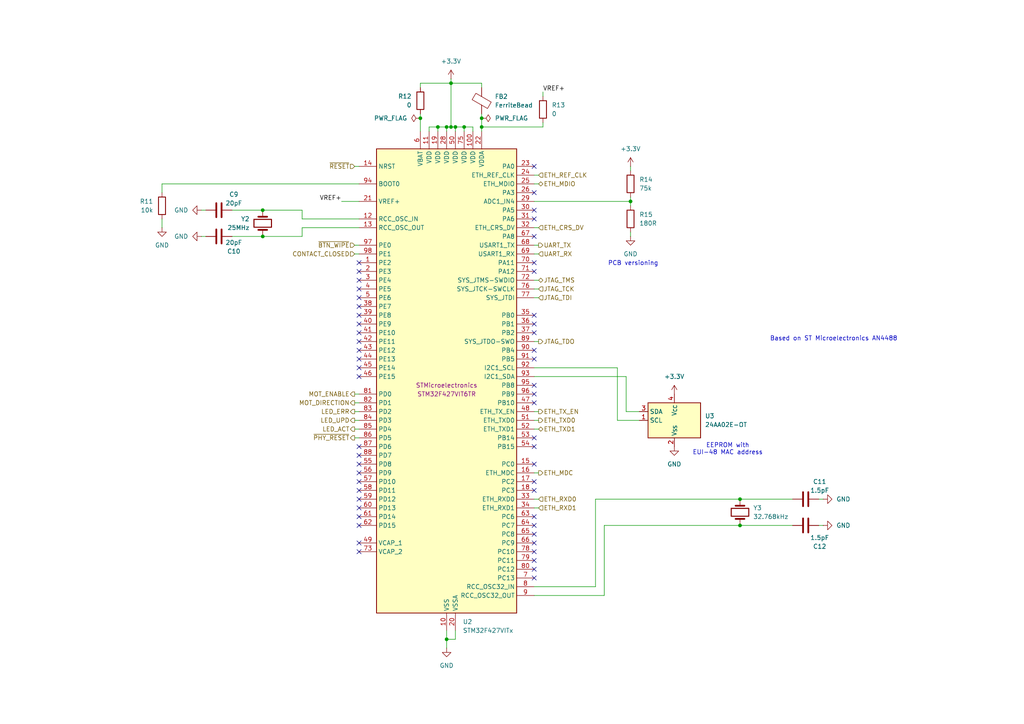
<source format=kicad_sch>
(kicad_sch (version 20250114) (generator "eeschema") (generator_version "9.0")
  (paper "A4")
  (title_block (title "iot-contact"))
  (lib_symbols
    (symbol "Device:C" (pin_numbers (hide yes)) (pin_names (offset 0.254))
      (property "Reference" "C" (at 0.635 2.54 0))
      (property "Value" "C" (at 0.635 -2.54 0))
      (symbol "C_0_1"
        (polyline (pts (xy -2.032 0.762) (xy 2.032 0.762)) (stroke (width 0.508)))
        (polyline (pts (xy -2.032 -0.762) (xy 2.032 -0.762)) (stroke (width 0.508)))
      )
      (symbol "C_1_1"
        (pin passive line (at 0 3.81 270) (length 2.794) (name "~") (number "1"))
        (pin passive line (at 0 -3.81 90) (length 2.794) (name "~") (number "2"))
      )
    )
    (symbol "Device:Crystal" (pin_numbers (hide yes)) (pin_names (offset 1.016) (hide yes))
      (property "Reference" "Y" (at 0 3.81 0))
      (property "Value" "Crystal" (at 0 -3.81 0))
      (symbol "Crystal_0_1"
        (polyline (pts (xy -2.54 0) (xy -1.905 0)))
        (polyline (pts (xy -1.905 -1.27) (xy -1.905 1.27)) (stroke (width 0.508)))
        (rectangle (start -1.143 2.54) (end 1.143 -2.54) (stroke (width 0.3048)))
        (polyline (pts (xy 1.905 -1.27) (xy 1.905 1.27)) (stroke (width 0.508)))
        (polyline (pts (xy 2.54 0) (xy 1.905 0)))
      )
      (symbol "Crystal_1_1"
        (pin passive line (at -3.81 0 0) (length 1.27) (name "1") (number "1"))
        (pin passive line (at 3.81 0 180) (length 1.27) (name "2") (number "2"))
      )
    )
    (symbol "Device:FerriteBead" (pin_numbers (hide yes)) (pin_names (offset 0))
      (property "Reference" "FB" (at -3.81 0.635 90))
      (property "Value" "FerriteBead" (at 3.81 0 90))
      (symbol "FerriteBead_0_1"
        (polyline (pts (xy -2.7686 0.4064) (xy -1.7018 2.2606) (xy 2.7686 -0.3048) (xy 1.6764 -2.159) (xy -2.7686 0.4064)))
        (polyline (pts (xy 0 1.27) (xy 0 1.2954)))
        (polyline (pts (xy 0 -1.27) (xy 0 -1.2192)))
      )
      (symbol "FerriteBead_1_1"
        (pin passive line (at 0 3.81 270) (length 2.54) (name "~") (number "1"))
        (pin passive line (at 0 -3.81 90) (length 2.54) (name "~") (number "2"))
      )
    )
    (symbol "Device:R" (pin_numbers (hide yes)) (pin_names (offset 0))
      (property "Reference" "R" (at 2.032 0 90))
      (property "Value" "R" (at 0 0 90))
      (symbol "R_0_1"
        (rectangle (start -1.016 -2.54) (end 1.016 2.54) (stroke (width 0.254)))
      )
      (symbol "R_1_1"
        (pin passive line (at 0 3.81 270) (length 1.27) (name "~") (number "1"))
        (pin passive line (at 0 -3.81 90) (length 1.27) (name "~") (number "2"))
      )
    )
    (symbol "MCU_ST_STM32F4:STM32F427VITx"
      (property "Reference" "U" (at -20.32 69.85 0))
      (property "Value" "STM32F427VITx" (at 12.7 69.85 0))
      (symbol "STM32F427VITx_0_1"
        (rectangle (start -20.32 -66.04) (end 20.32 68.58) (stroke (width 0.254)) (fill (type background)))
      )
      (symbol "STM32F427VITx_1_1"
        (pin input line (at -25.4 63.5 0) (length 5.08) (name "NRST") (number "14"))
        (pin input line (at -25.4 58.42 0) (length 5.08) (name "BOOT0") (number "94"))
        (pin input line (at -25.4 53.34 0) (length 5.08) (name "VREF+") (number "21"))
        (pin bidirectional line (at -25.4 48.26 0) (length 5.08) (name "PH0") (number "12") (alternate "RCC_OSC_IN" bidirectional line))
        (pin bidirectional line (at -25.4 45.72 0) (length 5.08) (name "PH1") (number "13") (alternate "RCC_OSC_OUT" bidirectional line))
        (pin bidirectional line (at -25.4 40.64 0) (length 5.08) (name "PE0") (number "97"))
        (pin bidirectional line (at -25.4 38.1 0) (length 5.08) (name "PE1") (number "98"))
        (pin bidirectional line (at -25.4 35.56 0) (length 5.08) (name "PE2") (number "1"))
        (pin bidirectional line (at -25.4 33.02 0) (length 5.08) (name "PE3") (number "2"))
        (pin bidirectional line (at -25.4 30.48 0) (length 5.08) (name "PE4") (number "3"))
        (pin bidirectional line (at -25.4 27.94 0) (length 5.08) (name "PE5") (number "4"))
        (pin bidirectional line (at -25.4 25.4 0) (length 5.08) (name "PE6") (number "5"))
        (pin bidirectional line (at -25.4 22.86 0) (length 5.08) (name "PE7") (number "38"))
        (pin bidirectional line (at -25.4 20.32 0) (length 5.08) (name "PE8") (number "39"))
        (pin bidirectional line (at -25.4 17.78 0) (length 5.08) (name "PE9") (number "40"))
        (pin bidirectional line (at -25.4 15.24 0) (length 5.08) (name "PE10") (number "41"))
        (pin bidirectional line (at -25.4 12.7 0) (length 5.08) (name "PE11") (number "42"))
        (pin bidirectional line (at -25.4 10.16 0) (length 5.08) (name "PE12") (number "43"))
        (pin bidirectional line (at -25.4 7.62 0) (length 5.08) (name "PE13") (number "44"))
        (pin bidirectional line (at -25.4 5.08 0) (length 5.08) (name "PE14") (number "45"))
        (pin bidirectional line (at -25.4 2.54 0) (length 5.08) (name "PE15") (number "46"))
        (pin bidirectional line (at -25.4 -2.54 0) (length 5.08) (name "PD0") (number "81"))
        (pin bidirectional line (at -25.4 -5.08 0) (length 5.08) (name "PD1") (number "82"))
        (pin bidirectional line (at -25.4 -7.62 0) (length 5.08) (name "PD2") (number "83"))
        (pin bidirectional line (at -25.4 -10.16 0) (length 5.08) (name "PD3") (number "84"))
        (pin bidirectional line (at -25.4 -12.7 0) (length 5.08) (name "PD4") (number "85"))
        (pin bidirectional line (at -25.4 -15.24 0) (length 5.08) (name "PD5") (number "86"))
        (pin bidirectional line (at -25.4 -17.78 0) (length 5.08) (name "PD6") (number "87"))
        (pin bidirectional line (at -25.4 -20.32 0) (length 5.08) (name "PD7") (number "88"))
        (pin bidirectional line (at -25.4 -22.86 0) (length 5.08) (name "PD8") (number "55"))
        (pin bidirectional line (at -25.4 -25.4 0) (length 5.08) (name "PD9") (number "56"))
        (pin bidirectional line (at -25.4 -27.94 0) (length 5.08) (name "PD10") (number "57"))
        (pin bidirectional line (at -25.4 -30.48 0) (length 5.08) (name "PD11") (number "58"))
        (pin bidirectional line (at -25.4 -33.02 0) (length 5.08) (name "PD12") (number "59"))
        (pin bidirectional line (at -25.4 -35.56 0) (length 5.08) (name "PD13") (number "60"))
        (pin bidirectional line (at -25.4 -38.1 0) (length 5.08) (name "PD14") (number "61"))
        (pin bidirectional line (at -25.4 -40.64 0) (length 5.08) (name "PD15") (number "62"))
        (pin power_out line (at -25.4 -45.72 0) (length 5.08) (name "VCAP_1") (number "49"))
        (pin power_out line (at -25.4 -48.26 0) (length 5.08) (name "VCAP_2") (number "73"))
        (pin power_in line (at -7.62 73.66 270) (length 5.08) (name "VBAT") (number "6"))
        (pin power_in line (at -5.08 73.66 270) (length 5.08) (name "VDD") (number "11"))
        (pin power_in line (at -2.54 73.66 270) (length 5.08) (name "VDD") (number "19"))
        (pin power_in line (at 0 73.66 270) (length 5.08) (name "VDD") (number "28"))
        (pin power_in line (at 0 -71.12 90) (length 5.08) (name "VSS") (number "10"))
        (pin passive line (at 0 -71.12 90) (length 5.08) (hide yes) (name "VSS") (number "27"))
        (pin passive line (at 0 -71.12 90) (length 5.08) (hide yes) (name "VSS") (number "74"))
        (pin passive line (at 0 -71.12 90) (length 5.08) (hide yes) (name "VSS") (number "99"))
        (pin power_in line (at 2.54 73.66 270) (length 5.08) (name "VDD") (number "50"))
        (pin power_in line (at 2.54 -71.12 90) (length 5.08) (name "VSSA") (number "20"))
        (pin power_in line (at 5.08 73.66 270) (length 5.08) (name "VDD") (number "75"))
        (pin power_in line (at 7.62 73.66 270) (length 5.08) (name "VDD") (number "100"))
        (pin power_in line (at 10.16 73.66 270) (length 5.08) (name "VDDA") (number "22"))
        (pin bidirectional line (at 25.4 63.5 180) (length 5.08) (name "PA0") (number "23"))
        (pin bidirectional line (at 25.4 60.96 180) (length 5.08) (name "PA1") (number "24") (alternate "ETH_REF_CLK" bidirectional line))
        (pin bidirectional line (at 25.4 58.42 180) (length 5.08) (name "PA2") (number "25") (alternate "ETH_MDIO" bidirectional line))
        (pin bidirectional line (at 25.4 55.88 180) (length 5.08) (name "PA3") (number "26"))
        (pin bidirectional line (at 25.4 53.34 180) (length 5.08) (name "PA4") (number "29") (alternate "ADC1_IN4" bidirectional line))
        (pin bidirectional line (at 25.4 50.8 180) (length 5.08) (name "PA5") (number "30"))
        (pin bidirectional line (at 25.4 48.26 180) (length 5.08) (name "PA6") (number "31"))
        (pin bidirectional line (at 25.4 45.72 180) (length 5.08) (name "PA7") (number "32") (alternate "ETH_CRS_DV" bidirectional line))
        (pin bidirectional line (at 25.4 43.18 180) (length 5.08) (name "PA8") (number "67"))
        (pin bidirectional line (at 25.4 40.64 180) (length 5.08) (name "PA9") (number "68") (alternate "USART1_TX" bidirectional line))
        (pin bidirectional line (at 25.4 38.1 180) (length 5.08) (name "PA10") (number "69") (alternate "USART1_RX" bidirectional line))
        (pin bidirectional line (at 25.4 35.56 180) (length 5.08) (name "PA11") (number "70"))
        (pin bidirectional line (at 25.4 33.02 180) (length 5.08) (name "PA12") (number "71"))
        (pin bidirectional line (at 25.4 30.48 180) (length 5.08) (name "PA13") (number "72") (alternate "SYS_JTMS-SWDIO" bidirectional line))
        (pin bidirectional line (at 25.4 27.94 180) (length 5.08) (name "PA14") (number "76") (alternate "SYS_JTCK-SWCLK" bidirectional line))
        (pin bidirectional line (at 25.4 25.4 180) (length 5.08) (name "PA15") (number "77") (alternate "SYS_JTDI" bidirectional line))
        (pin bidirectional line (at 25.4 20.32 180) (length 5.08) (name "PB0") (number "35"))
        (pin bidirectional line (at 25.4 17.78 180) (length 5.08) (name "PB1") (number "36"))
        (pin bidirectional line (at 25.4 15.24 180) (length 5.08) (name "PB2") (number "37"))
        (pin bidirectional line (at 25.4 12.7 180) (length 5.08) (name "PB3") (number "89") (alternate "SYS_JTDO-SWO" bidirectional line))
        (pin bidirectional line (at 25.4 10.16 180) (length 5.08) (name "PB4") (number "90"))
        (pin bidirectional line (at 25.4 7.62 180) (length 5.08) (name "PB5") (number "91"))
        (pin bidirectional line (at 25.4 5.08 180) (length 5.08) (name "PB6") (number "92") (alternate "I2C1_SCL" bidirectional line) (alternate "USART1_TX" bidirectional line))
        (pin bidirectional line (at 25.4 2.54 180) (length 5.08) (name "PB7") (number "93") (alternate "I2C1_SDA" bidirectional line) (alternate "USART1_RX" bidirectional line))
        (pin bidirectional line (at 25.4 0 180) (length 5.08) (name "PB8") (number "95") (alternate "I2C1_SCL" bidirectional line))
        (pin bidirectional line (at 25.4 -2.54 180) (length 5.08) (name "PB9") (number "96") (alternate "I2C1_SDA" bidirectional line))
        (pin bidirectional line (at 25.4 -5.08 180) (length 5.08) (name "PB10") (number "47"))
        (pin bidirectional line (at 25.4 -7.62 180) (length 5.08) (name "PB11") (number "48") (alternate "ETH_TX_EN" bidirectional line))
        (pin bidirectional line (at 25.4 -10.16 180) (length 5.08) (name "PB12") (number "51") (alternate "ETH_TXD0" bidirectional line))
        (pin bidirectional line (at 25.4 -12.7 180) (length 5.08) (name "PB13") (number "52") (alternate "ETH_TXD1" bidirectional line))
        (pin bidirectional line (at 25.4 -15.24 180) (length 5.08) (name "PB14") (number "53"))
        (pin bidirectional line (at 25.4 -17.78 180) (length 5.08) (name "PB15") (number "54"))
        (pin bidirectional line (at 25.4 -22.86 180) (length 5.08) (name "PC0") (number "15"))
        (pin bidirectional line (at 25.4 -25.4 180) (length 5.08) (name "PC1") (number "16") (alternate "ETH_MDC" bidirectional line))
        (pin bidirectional line (at 25.4 -27.94 180) (length 5.08) (name "PC2") (number "17"))
        (pin bidirectional line (at 25.4 -30.48 180) (length 5.08) (name "PC3") (number "18"))
        (pin bidirectional line (at 25.4 -33.02 180) (length 5.08) (name "PC4") (number "33") (alternate "ETH_RXD0" bidirectional line))
        (pin bidirectional line (at 25.4 -35.56 180) (length 5.08) (name "PC5") (number "34") (alternate "ETH_RXD1" bidirectional line))
        (pin bidirectional line (at 25.4 -38.1 180) (length 5.08) (name "PC6") (number "63"))
        (pin bidirectional line (at 25.4 -40.64 180) (length 5.08) (name "PC7") (number "64"))
        (pin bidirectional line (at 25.4 -43.18 180) (length 5.08) (name "PC8") (number "65"))
        (pin bidirectional line (at 25.4 -45.72 180) (length 5.08) (name "PC9") (number "66"))
        (pin bidirectional line (at 25.4 -48.26 180) (length 5.08) (name "PC10") (number "78"))
        (pin bidirectional line (at 25.4 -50.8 180) (length 5.08) (name "PC11") (number "79"))
        (pin bidirectional line (at 25.4 -53.34 180) (length 5.08) (name "PC12") (number "80"))
        (pin bidirectional line (at 25.4 -55.88 180) (length 5.08) (name "PC13") (number "7"))
        (pin bidirectional line (at 25.4 -58.42 180) (length 5.08) (name "PC14") (number "8") (alternate "RCC_OSC32_IN" bidirectional line))
        (pin bidirectional line (at 25.4 -60.96 180) (length 5.08) (name "PC15") (number "9") (alternate "RCC_OSC32_OUT" bidirectional line))
      )
    )
    (symbol "Memory_EEPROM:24AA02E-OT"
      (property "Reference" "U" (at -7.62 6.35 0))
      (property "Value" "24AA02E-OT" (at 2.54 -6.35 0))
      (symbol "24AA02E-OT_1_1"
        (rectangle (start -7.62 5.08) (end 7.62 -5.08) (stroke (width 0.254)) (fill (type background)))
        (pin no_connect line (at -10.16 0 0) (length 2.54) (hide yes) (name "NC") (number "5"))
        (pin power_in line (at 0 7.62 270) (length 2.54) (name "V_{CC}") (number "4"))
        (pin power_in line (at 0 -7.62 90) (length 2.54) (name "V_{SS}") (number "2"))
        (pin bidirectional line (at 10.16 2.54 180) (length 2.54) (name "SDA") (number "3"))
        (pin input line (at 10.16 0 180) (length 2.54) (name "SCL") (number "1"))
      )
    )
    (symbol "power:+3.3V" (power) (pin_numbers (hide yes)) (pin_names (offset 0) (hide yes))
      (property "Value" "+3.3V" (at 0 3.556 0))
      (symbol "+3.3V_0_1"
        (polyline (pts (xy -0.762 1.27) (xy 0 2.54)))
        (polyline (pts (xy 0 2.54) (xy 0.762 1.27)))
        (polyline (pts (xy 0 0) (xy 0 2.54)))
      )
      (symbol "+3.3V_1_1"
        (pin power_in line (at 0 0 90) (length 0) (name "~") (number "1"))
      )
    )
    (symbol "power:GND" (power) (pin_numbers (hide yes)) (pin_names (offset 0) (hide yes))
      (property "Value" "GND" (at 0 -3.81 0))
      (symbol "GND_0_1"
        (polyline (pts (xy 0 0) (xy 0 -1.27) (xy 1.27 -1.27) (xy 0 -2.54) (xy -1.27 -1.27) (xy 0 -1.27)))
      )
      (symbol "GND_1_1"
        (pin power_in line (at 0 0 270) (length 0) (name "~") (number "1"))
      )
    )
    (symbol "power:PWR_FLAG" (power) (pin_numbers (hide yes)) (pin_names (offset 0) (hide yes))
      (property "Value" "PWR_FLAG" (at 0 3.81 0))
      (symbol "PWR_FLAG_0_0"
        (pin power_out line (at 0 0 90) (length 0) (name "~") (number "1"))
      )
      (symbol "PWR_FLAG_0_1"
        (polyline (pts (xy 0 0) (xy 0 1.27) (xy -1.016 1.905) (xy 0 2.54) (xy 1.016 1.905) (xy 0 1.27)))
      )
    )
  )
  (text "PCB versioning" (at 183.642 76.454 0) (effects (font (size 1.27 1.27))))
  (text "EEPROM with\nEUI-48 MAC address" (at 211.074 130.302 0) (effects (font (size 1.27 1.27))))
  (text "Based on ST Microelectronics AN4488" (at 241.808 98.298 0) (effects (font (size 1.27 1.27))))
  (junction (at 130.81 24.13))
  (junction (at 129.54 185.42))
  (junction (at 132.08 36.83))
  (junction (at 139.7 34.29))
  (junction (at 76.2 68.58))
  (junction (at 214.63 144.78))
  (junction (at 139.7 36.83))
  (junction (at 214.63 152.4))
  (junction (at 129.54 36.83))
  (junction (at 130.81 36.83))
  (junction (at 121.92 34.29))
  (junction (at 182.88 58.42))
  (junction (at 127 36.83))
  (junction (at 134.62 36.83))
  (junction (at 76.2 60.96))
  (no_connect (at 154.94 149.86))
  (no_connect (at 104.14 88.9))
  (no_connect (at 104.14 152.4))
  (no_connect (at 154.94 114.3))
  (no_connect (at 154.94 142.24))
  (no_connect (at 104.14 160.02))
  (no_connect (at 154.94 167.64))
  (no_connect (at 104.14 149.86))
  (no_connect (at 104.14 132.08))
  (no_connect (at 104.14 142.24))
  (no_connect (at 154.94 139.7))
  (no_connect (at 154.94 127))
  (no_connect (at 104.14 101.6))
  (no_connect (at 154.94 76.2))
  (no_connect (at 154.94 96.52))
  (no_connect (at 104.14 91.44))
  (no_connect (at 154.94 129.54))
  (no_connect (at 104.14 144.78))
  (no_connect (at 154.94 55.88))
  (no_connect (at 104.14 137.16))
  (no_connect (at 104.14 81.28))
  (no_connect (at 104.14 139.7))
  (no_connect (at 104.14 109.22))
  (no_connect (at 154.94 78.74))
  (no_connect (at 154.94 91.44))
  (no_connect (at 104.14 134.62))
  (no_connect (at 154.94 134.62))
  (no_connect (at 104.14 76.2))
  (no_connect (at 104.14 157.48))
  (no_connect (at 154.94 162.56))
  (no_connect (at 104.14 93.98))
  (no_connect (at 154.94 157.48))
  (no_connect (at 154.94 93.98))
  (no_connect (at 154.94 60.96))
  (no_connect (at 154.94 104.14))
  (no_connect (at 154.94 101.6))
  (no_connect (at 104.14 147.32))
  (no_connect (at 154.94 63.5))
  (no_connect (at 104.14 86.36))
  (no_connect (at 104.14 83.82))
  (no_connect (at 104.14 104.14))
  (no_connect (at 154.94 160.02))
  (no_connect (at 154.94 68.58))
  (no_connect (at 154.94 154.94))
  (no_connect (at 154.94 48.26))
  (no_connect (at 154.94 111.76))
  (no_connect (at 154.94 165.1))
  (no_connect (at 104.14 129.54))
  (no_connect (at 104.14 78.74))
  (no_connect (at 104.14 106.68))
  (no_connect (at 104.14 96.52))
  (no_connect (at 154.94 152.4))
  (no_connect (at 154.94 116.84))
  (no_connect (at 104.14 99.06))
  (wire (pts (xy 134.62 38.1) (xy 134.62 36.83)))
  (wire (pts (xy 154.94 50.8) (xy 156.21 50.8)))
  (wire (pts (xy 46.99 63.5) (xy 46.99 66.04)))
  (wire (pts (xy 154.94 119.38) (xy 156.21 119.38)))
  (wire (pts (xy 127 36.83) (xy 127 38.1)))
  (wire (pts (xy 102.87 127) (xy 104.14 127)))
  (wire (pts (xy 137.16 36.83) (xy 134.62 36.83)))
  (wire (pts (xy 132.08 182.88) (xy 132.08 185.42)))
  (wire (pts (xy 139.7 34.29) (xy 139.7 36.83)))
  (wire (pts (xy 175.26 152.4) (xy 175.26 172.72)))
  (wire (pts (xy 175.26 172.72) (xy 154.94 172.72)))
  (wire (pts (xy 157.48 36.83) (xy 139.7 36.83)))
  (wire (pts (xy 172.72 170.18) (xy 172.72 144.78)))
  (wire (pts (xy 58.42 68.58) (xy 59.69 68.58)))
  (wire (pts (xy 137.16 38.1) (xy 137.16 36.83)))
  (wire (pts (xy 181.61 109.22) (xy 181.61 119.38)))
  (wire (pts (xy 121.92 34.29) (xy 121.92 38.1)))
  (wire (pts (xy 182.88 57.15) (xy 182.88 58.42)))
  (wire (pts (xy 154.94 99.06) (xy 156.21 99.06)))
  (wire (pts (xy 182.88 67.31) (xy 182.88 68.58)))
  (wire (pts (xy 154.94 58.42) (xy 182.88 58.42)))
  (wire (pts (xy 87.63 68.58) (xy 76.2 68.58)))
  (wire (pts (xy 237.49 152.4) (xy 238.76 152.4)))
  (wire (pts (xy 99.06 58.42) (xy 104.14 58.42)))
  (wire (pts (xy 154.94 73.66) (xy 156.21 73.66)))
  (wire (pts (xy 87.63 66.04) (xy 87.63 68.58)))
  (wire (pts (xy 139.7 36.83) (xy 139.7 38.1)))
  (wire (pts (xy 154.94 137.16) (xy 156.21 137.16)))
  (wire (pts (xy 214.63 144.78) (xy 229.87 144.78)))
  (wire (pts (xy 130.81 24.13) (xy 130.81 22.86)))
  (wire (pts (xy 129.54 38.1) (xy 129.54 36.83)))
  (wire (pts (xy 102.87 48.26) (xy 104.14 48.26)))
  (wire (pts (xy 154.94 106.68) (xy 179.07 106.68)))
  (wire (pts (xy 154.94 124.46) (xy 156.21 124.46)))
  (wire (pts (xy 124.46 36.83) (xy 124.46 38.1)))
  (wire (pts (xy 179.07 106.68) (xy 179.07 121.92)))
  (wire (pts (xy 67.31 68.58) (xy 76.2 68.58)))
  (wire (pts (xy 58.42 60.96) (xy 59.69 60.96)))
  (wire (pts (xy 104.14 66.04) (xy 87.63 66.04)))
  (wire (pts (xy 139.7 25.4) (xy 139.7 24.13)))
  (wire (pts (xy 102.87 73.66) (xy 104.14 73.66)))
  (wire (pts (xy 157.48 26.67) (xy 157.48 27.94)))
  (wire (pts (xy 129.54 36.83) (xy 130.81 36.83)))
  (wire (pts (xy 154.94 109.22) (xy 181.61 109.22)))
  (wire (pts (xy 130.81 36.83) (xy 132.08 36.83)))
  (wire (pts (xy 139.7 33.02) (xy 139.7 34.29)))
  (wire (pts (xy 132.08 36.83) (xy 132.08 38.1)))
  (wire (pts (xy 182.88 48.26) (xy 182.88 49.53)))
  (wire (pts (xy 154.94 170.18) (xy 172.72 170.18)))
  (wire (pts (xy 157.48 35.56) (xy 157.48 36.83)))
  (wire (pts (xy 154.94 86.36) (xy 156.21 86.36)))
  (wire (pts (xy 127 36.83) (xy 124.46 36.83)))
  (wire (pts (xy 102.87 121.92) (xy 104.14 121.92)))
  (wire (pts (xy 154.94 81.28) (xy 156.21 81.28)))
  (wire (pts (xy 67.31 60.96) (xy 76.2 60.96)))
  (wire (pts (xy 102.87 124.46) (xy 104.14 124.46)))
  (wire (pts (xy 134.62 36.83) (xy 132.08 36.83)))
  (wire (pts (xy 154.94 144.78) (xy 156.21 144.78)))
  (wire (pts (xy 237.49 144.78) (xy 238.76 144.78)))
  (wire (pts (xy 102.87 114.3) (xy 104.14 114.3)))
  (wire (pts (xy 121.92 25.4) (xy 121.92 24.13)))
  (wire (pts (xy 139.7 24.13) (xy 130.81 24.13)))
  (wire (pts (xy 46.99 55.88) (xy 46.99 53.34)))
  (wire (pts (xy 182.88 58.42) (xy 182.88 59.69)))
  (wire (pts (xy 121.92 24.13) (xy 130.81 24.13)))
  (wire (pts (xy 104.14 63.5) (xy 87.63 63.5)))
  (wire (pts (xy 154.94 147.32) (xy 156.21 147.32)))
  (wire (pts (xy 172.72 144.78) (xy 214.63 144.78)))
  (wire (pts (xy 46.99 53.34) (xy 104.14 53.34)))
  (wire (pts (xy 129.54 185.42) (xy 129.54 187.96)))
  (wire (pts (xy 129.54 182.88) (xy 129.54 185.42)))
  (wire (pts (xy 87.63 63.5) (xy 87.63 60.96)))
  (wire (pts (xy 214.63 152.4) (xy 229.87 152.4)))
  (wire (pts (xy 154.94 66.04) (xy 156.21 66.04)))
  (wire (pts (xy 179.07 121.92) (xy 185.42 121.92)))
  (wire (pts (xy 130.81 36.83) (xy 130.81 24.13)))
  (wire (pts (xy 154.94 83.82) (xy 156.21 83.82)))
  (wire (pts (xy 181.61 119.38) (xy 185.42 119.38)))
  (wire (pts (xy 102.87 71.12) (xy 104.14 71.12)))
  (wire (pts (xy 154.94 121.92) (xy 156.21 121.92)))
  (wire (pts (xy 154.94 71.12) (xy 156.21 71.12)))
  (wire (pts (xy 121.92 33.02) (xy 121.92 34.29)))
  (wire (pts (xy 154.94 53.34) (xy 156.21 53.34)))
  (wire (pts (xy 87.63 60.96) (xy 76.2 60.96)))
  (wire (pts (xy 129.54 36.83) (xy 127 36.83)))
  (wire (pts (xy 214.63 152.4) (xy 175.26 152.4)))
  (wire (pts (xy 102.87 116.84) (xy 104.14 116.84)))
  (wire (pts (xy 132.08 185.42) (xy 129.54 185.42)))
  (wire (pts (xy 102.87 119.38) (xy 104.14 119.38)))
  (label "VREF+" (at 157.48 26.67 0))
  (label "VREF+" (at 99.06 58.42 180))
  (hierarchical_label "~{RESET}" (shape input) (at 102.87 48.26 180))
  (hierarchical_label "ETH_REF_CLK" (shape input) (at 156.21 50.8 0))
  (hierarchical_label "MOT_ENABLE" (shape output) (at 102.87 114.3 180))
  (hierarchical_label "UART_TX" (shape output) (at 156.21 71.12 0))
  (hierarchical_label "ETH_TXD1" (shape bidirectional) (at 156.21 124.46 0))
  (hierarchical_label "LED_UPD" (shape output) (at 102.87 121.92 180))
  (hierarchical_label "JTAG_TMS" (shape bidirectional) (at 156.21 81.28 0))
  (hierarchical_label "~{BTN_WIPE}" (shape input) (at 102.87 71.12 180))
  (hierarchical_label "JTAG_TDI" (shape input) (at 156.21 86.36 0))
  (hierarchical_label "LED_ACT" (shape output) (at 102.87 124.46 180))
  (hierarchical_label "MOT_DIRECTION" (shape output) (at 102.87 116.84 180))
  (hierarchical_label "ETH_RXD1" (shape input) (at 156.21 147.32 0))
  (hierarchical_label "JTAG_TCK" (shape input) (at 156.21 83.82 0))
  (hierarchical_label "ETH_CRS_DV" (shape input) (at 156.21 66.04 0))
  (hierarchical_label "ETH_TXD0" (shape output) (at 156.21 121.92 0))
  (hierarchical_label "ETH_TX_EN" (shape output) (at 156.21 119.38 0))
  (hierarchical_label "ETH_RXD0" (shape input) (at 156.21 144.78 0))
  (hierarchical_label "JTAG_TDO" (shape output) (at 156.21 99.06 0))
  (hierarchical_label "ETH_MDIO" (shape bidirectional) (at 156.21 53.34 0))
  (hierarchical_label "LED_ERR" (shape output) (at 102.87 119.38 180))
  (hierarchical_label "~{PHY_RESET}" (shape output) (at 102.87 127 180))
  (hierarchical_label "UART_RX" (shape input) (at 156.21 73.66 0))
  (hierarchical_label "ETH_MDC" (shape output) (at 156.21 137.16 0))
  (hierarchical_label "CONTACT_CLOSED" (shape input) (at 102.87 73.66 180))
  (symbol (lib_id "Memory_EEPROM:24AA02E-OT") (at 195.58 121.92 0) (mirror y) (unit 1)
    (property "Reference" "U3" (at 204.47 120.6499 0) (effects (justify right)))
    (property "Value" "24AA02E-OT" (at 204.47 123.1899 0) (effects (justify right)))
    (property "Footprint" "Package_TO_SOT_SMD:SOT-23-5" (effects (hide yes)))
    (property "Datasheet" "https://ww1.microchip.com/downloads/aemDocuments/documents/MPD/ProductDocuments/DataSheets/2-Kbit-I2C-Serial-EEPROMs-+EUI-48-or-EUI-64-Node-20002124.pdf" (effects (hide yes)))
    (property "Description" "I2C Serial EEPROM with EUI-48 or EUI-64, 2Kb, SOT-23-5" (effects (hide yes)))
  )
  (symbol (lib_id "Device:C") (at 63.5 60.96 90) (unit 1)
    (property "Reference" "C9" (at 67.818 56.388 90))
    (property "Value" "20pF" (at 67.818 58.928 90))
    (property "Description" "Unpolarized capacitor" (effects (hide yes)))
  )
  (symbol (lib_id "power:GND") (at 195.58 129.54 0) (mirror y) (unit 1)
    (property "Reference" "#PWR030" (effects (hide yes)))
    (property "Value" "GND" (at 195.58 134.62 0))
    (property "Description" "Power symbol creates a global label with name \"GND\" , ground" (effects (hide yes)))
  )
  (symbol (lib_id "Device:R") (at 182.88 63.5 0) (unit 1)
    (property "Reference" "R15" (at 185.42 62.2299 0) (effects (justify left)))
    (property "Value" "180R" (at 185.42 64.7699 0) (effects (justify left)))
    (property "Description" "Resistor" (effects (hide yes)))
  )
  (symbol (lib_id "Device:R") (at 46.99 59.69 0) (mirror y) (unit 1)
    (property "Reference" "R11" (at 44.45 58.4199 0) (effects (justify left)))
    (property "Value" "10k" (at 44.45 60.9599 0) (effects (justify left)))
    (property "Description" "Resistor" (effects (hide yes)))
  )
  (symbol (lib_id "power:GND") (at 58.42 68.58 270) (unit 1)
    (property "Reference" "#PWR024" (effects (hide yes)))
    (property "Value" "GND" (at 54.61 68.5799 90) (effects (justify right)))
    (property "Description" "Power symbol creates a global label with name \"GND\" , ground" (effects (hide yes)))
  )
  (symbol (lib_id "Device:R") (at 182.88 53.34 0) (unit 1)
    (property "Reference" "R14" (at 185.42 52.0699 0) (effects (justify left)))
    (property "Value" "75k" (at 185.42 54.6099 0) (effects (justify left)))
    (property "Description" "Resistor" (effects (hide yes)))
  )
  (symbol (lib_id "MCU_ST_STM32F4:STM32F427VITx") (at 129.54 111.76 0) (unit 1)
    (property "Reference" "U2" (at 134.2233 180.34 0) (effects (justify left)))
    (property "Value" "STM32F427VITx" (at 134.2233 182.88 0) (effects (justify left)))
    (property "Footprint" "Package_QFP:LQFP-100_14x14mm_P0.5mm" (effects (hide yes)))
    (property "Datasheet" "https://www.st.com/resource/en/datasheet/stm32f427vi.pdf" (effects (hide yes)))
    (property "Description" "STMicroelectronics Arm Cortex-M4 MCU, 2048KB flash, 256KB RAM, 180 MHz, 1.8-3.6V, 82 GPIO, LQFP100" (effects (hide yes)))
    (property "MPN" "STM32F427VIT6TR" (at 129.54 114.3 0))
    (property "Manufacturer" "STMicroelectronics" (at 129.54 111.76 0))
    (pin "92" (alternate "I2C1_SCL"))
    (pin "48" (alternate "ETH_TX_EN"))
    (pin "9" (alternate "RCC_OSC32_OUT"))
    (pin "8" (alternate "RCC_OSC32_IN"))
    (pin "76" (alternate "SYS_JTCK-SWCLK"))
    (pin "32" (alternate "ETH_CRS_DV"))
    (pin "77" (alternate "SYS_JTDI"))
    (pin "68" (alternate "USART1_TX"))
    (pin "72" (alternate "SYS_JTMS-SWDIO"))
    (pin "69" (alternate "USART1_RX"))
    (pin "33" (alternate "ETH_RXD0"))
    (pin "12" (alternate "RCC_OSC_IN"))
    (pin "13" (alternate "RCC_OSC_OUT"))
    (pin "52" (alternate "ETH_TXD1"))
    (pin "51" (alternate "ETH_TXD0"))
    (pin "89" (alternate "SYS_JTDO-SWO"))
    (pin "25" (alternate "ETH_MDIO"))
    (pin "24" (alternate "ETH_REF_CLK"))
    (pin "34" (alternate "ETH_RXD1"))
    (pin "93" (alternate "I2C1_SDA"))
    (pin "29" (alternate "ADC1_IN4"))
    (pin "16" (alternate "ETH_MDC"))
  )
  (symbol (lib_id "Device:C") (at 233.68 144.78 90) (unit 1)
    (property "Reference" "C11" (at 237.744 139.7 90))
    (property "Value" "1.5pF" (at 237.744 142.24 90))
    (property "Description" "Unpolarized capacitor" (effects (hide yes)))
  )
  (symbol (lib_id "power:GND") (at 58.42 60.96 270) (unit 1)
    (property "Reference" "#PWR023" (effects (hide yes)))
    (property "Value" "GND" (at 54.61 60.9599 90) (effects (justify right)))
    (property "Description" "Power symbol creates a global label with name \"GND\" , ground" (effects (hide yes)))
  )
  (symbol (lib_id "power:+3.3V") (at 182.88 48.26 0) (unit 1)
    (property "Reference" "#PWR011" (effects (hide yes)))
    (property "Value" "+3.3V" (at 182.88 43.18 0))
    (property "Description" "Power symbol creates a global label with name \"+3.3V\"" (effects (hide yes)))
  )
  (symbol (lib_id "power:PWR_FLAG") (at 121.92 34.29 90) (mirror x) (unit 1)
    (property "Reference" "#FLG04" (effects (hide yes)))
    (property "Value" "PWR_FLAG" (at 118.11 34.2899 90) (effects (justify left)))
    (property "Description" "Special symbol for telling ERC where power comes from" (effects (hide yes)))
  )
  (symbol (lib_id "Device:Crystal") (at 214.63 148.59 90) (unit 1)
    (property "Reference" "Y3" (at 218.44 147.3199 90) (effects (justify right)))
    (property "Value" "32.768kHz" (at 218.44 149.8599 90) (effects (justify right)))
    (property "Description" "Two pin crystal" (effects (hide yes)))
  )
  (symbol (lib_id "power:GND") (at 46.99 66.04 0) (unit 1)
    (property "Reference" "#PWR022" (effects (hide yes)))
    (property "Value" "GND" (at 46.99 71.12 0))
    (property "Description" "Power symbol creates a global label with name \"GND\" , ground" (effects (hide yes)))
  )
  (symbol (lib_id "Device:R") (at 121.92 29.21 0) (mirror y) (unit 1)
    (property "Reference" "R12" (at 119.38 27.9399 0) (effects (justify left)))
    (property "Value" "0" (at 119.38 30.4799 0) (effects (justify left)))
    (property "Description" "Resistor" (effects (hide yes)))
  )
  (symbol (lib_id "Device:C") (at 233.68 152.4 90) (mirror x) (unit 1)
    (property "Reference" "C12" (at 237.744 158.496 90))
    (property "Value" "1.5pF" (at 237.744 155.956 90))
    (property "Description" "Unpolarized capacitor" (effects (hide yes)))
  )
  (symbol (lib_id "Device:C") (at 63.5 68.58 90) (mirror x) (unit 1)
    (property "Reference" "C10" (at 67.818 72.898 90))
    (property "Value" "20pF" (at 67.818 70.358 90))
    (property "Description" "Unpolarized capacitor" (effects (hide yes)))
  )
  (symbol (lib_id "Device:FerriteBead") (at 139.7 29.21 180) (unit 1)
    (property "Reference" "FB2" (at 143.51 27.9907 0) (effects (justify right)))
    (property "Value" "FerriteBead" (at 143.51 30.5307 0) (effects (justify right)))
    (property "Description" "Ferrite bead" (effects (hide yes)))
  )
  (symbol (lib_id "power:+3.3V") (at 130.81 22.86 0) (unit 1)
    (property "Reference" "#PWR018" (effects (hide yes)))
    (property "Value" "+3.3V" (at 130.81 17.78 0))
    (property "Description" "Power symbol creates a global label with name \"+3.3V\"" (effects (hide yes)))
  )
  (symbol (lib_id "Device:Crystal") (at 76.2 64.77 270) (mirror x) (unit 1)
    (property "Reference" "Y2" (at 72.39 63.4999 90) (effects (justify right)))
    (property "Value" "25MHz" (at 72.39 66.0399 90) (effects (justify right)))
    (property "Description" "Two pin crystal" (effects (hide yes)))
  )
  (symbol (lib_id "power:PWR_FLAG") (at 139.7 34.29 270) (unit 1)
    (property "Reference" "#FLG03" (effects (hide yes)))
    (property "Value" "PWR_FLAG" (at 143.51 34.2899 90) (effects (justify left)))
    (property "Description" "Special symbol for telling ERC where power comes from" (effects (hide yes)))
  )
  (symbol (lib_id "power:GND") (at 182.88 68.58 0) (unit 1)
    (property "Reference" "#PWR028" (effects (hide yes)))
    (property "Value" "GND" (at 182.88 73.66 0))
    (property "Description" "Power symbol creates a global label with name \"GND\" , ground" (effects (hide yes)))
  )
  (symbol (lib_id "power:GND") (at 238.76 152.4 90) (unit 1)
    (property "Reference" "#PWR032" (effects (hide yes)))
    (property "Value" "GND" (at 242.57 152.3999 90) (effects (justify right)))
    (property "Description" "Power symbol creates a global label with name \"GND\" , ground" (effects (hide yes)))
  )
  (symbol (lib_id "power:GND") (at 129.54 187.96 0) (unit 1)
    (property "Reference" "#PWR025" (effects (hide yes)))
    (property "Value" "GND" (at 129.54 193.04 0))
    (property "Description" "Power symbol creates a global label with name \"GND\" , ground" (effects (hide yes)))
  )
  (symbol (lib_id "power:GND") (at 238.76 144.78 90) (unit 1)
    (property "Reference" "#PWR031" (effects (hide yes)))
    (property "Value" "GND" (at 242.57 144.7799 90) (effects (justify right)))
    (property "Description" "Power symbol creates a global label with name \"GND\" , ground" (effects (hide yes)))
  )
  (symbol (lib_id "Device:R") (at 157.48 31.75 0) (unit 1)
    (property "Reference" "R13" (at 160.02 30.4799 0) (effects (justify left)))
    (property "Value" "0" (at 160.02 33.0199 0) (effects (justify left)))
    (property "Description" "Resistor" (effects (hide yes)))
  )
  (symbol (lib_id "power:+3.3V") (at 195.58 114.3 0) (mirror y) (unit 1)
    (property "Reference" "#PWR029" (effects (hide yes)))
    (property "Value" "+3.3V" (at 195.58 109.22 0))
    (property "Description" "Power symbol creates a global label with name \"+3.3V\"" (effects (hide yes)))
  )
)
</source>
